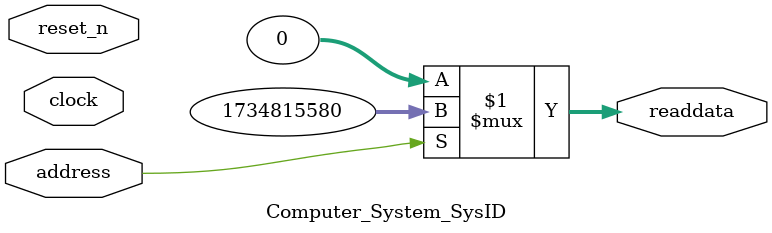
<source format=v>



// synthesis translate_off
`timescale 1ns / 1ps
// synthesis translate_on

// turn off superfluous verilog processor warnings 
// altera message_level Level1 
// altera message_off 10034 10035 10036 10037 10230 10240 10030 

module Computer_System_SysID (
               // inputs:
                address,
                clock,
                reset_n,

               // outputs:
                readdata
             )
;

  output  [ 31: 0] readdata;
  input            address;
  input            clock;
  input            reset_n;

  wire    [ 31: 0] readdata;
  //control_slave, which is an e_avalon_slave
  assign readdata = address ? 1734815580 : 0;

endmodule



</source>
